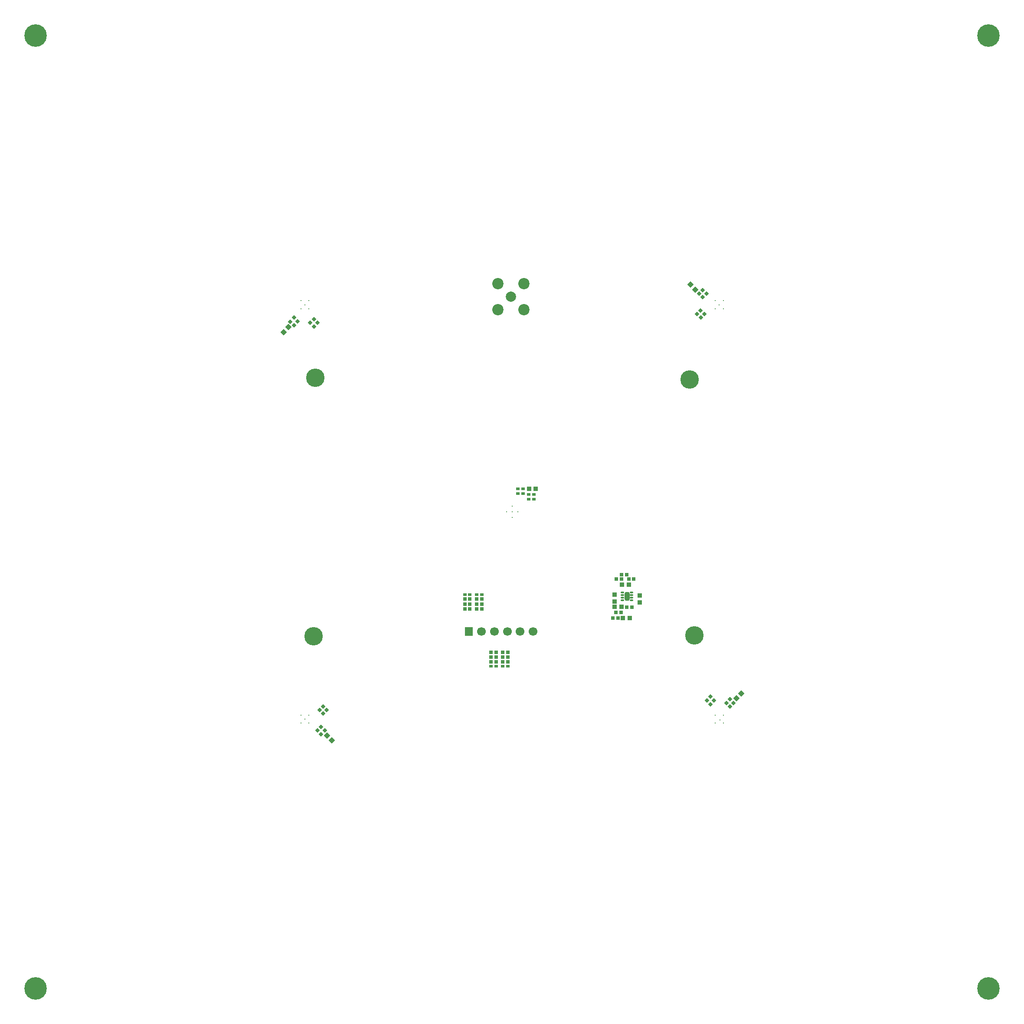
<source format=gbr>
G04*
G04 #@! TF.GenerationSoftware,Altium Limited,Altium Designer,25.0.2 (28)*
G04*
G04 Layer_Color=16711935*
%FSLAX24Y24*%
%MOIN*%
G70*
G04*
G04 #@! TF.SameCoordinates,4B7BC283-7035-4C9F-97D5-5998C8FB6373*
G04*
G04*
G04 #@! TF.FilePolarity,Negative*
G04*
G01*
G75*
%ADD33R,0.0276X0.0256*%
G04:AMPARAMS|DCode=39|XSize=23.6mil|YSize=27.6mil|CornerRadius=0mil|HoleSize=0mil|Usage=FLASHONLY|Rotation=135.000|XOffset=0mil|YOffset=0mil|HoleType=Round|Shape=Rectangle|*
%AMROTATEDRECTD39*
4,1,4,0.0181,0.0014,-0.0014,-0.0181,-0.0181,-0.0014,0.0014,0.0181,0.0181,0.0014,0.0*
%
%ADD39ROTATEDRECTD39*%

G04:AMPARAMS|DCode=41|XSize=23.6mil|YSize=27.6mil|CornerRadius=0mil|HoleSize=0mil|Usage=FLASHONLY|Rotation=45.000|XOffset=0mil|YOffset=0mil|HoleType=Round|Shape=Rectangle|*
%AMROTATEDRECTD41*
4,1,4,0.0014,-0.0181,-0.0181,0.0014,-0.0014,0.0181,0.0181,-0.0014,0.0014,-0.0181,0.0*
%
%ADD41ROTATEDRECTD41*%

%ADD53C,0.0669*%
%ADD54R,0.0639X0.0669*%
%ADD55C,0.0787*%
%ADD56C,0.0866*%
%ADD57C,0.1732*%
%ADD58C,0.1417*%
%ADD59C,0.0118*%
%ADD87R,0.0276X0.0236*%
G04:AMPARAMS|DCode=88|XSize=15.7mil|YSize=25.6mil|CornerRadius=4.9mil|HoleSize=0mil|Usage=FLASHONLY|Rotation=270.000|XOffset=0mil|YOffset=0mil|HoleType=Round|Shape=RoundedRectangle|*
%AMROUNDEDRECTD88*
21,1,0.0157,0.0157,0,0,270.0*
21,1,0.0059,0.0256,0,0,270.0*
1,1,0.0098,-0.0079,-0.0030*
1,1,0.0098,-0.0079,0.0030*
1,1,0.0098,0.0079,0.0030*
1,1,0.0098,0.0079,-0.0030*
%
%ADD88ROUNDEDRECTD88*%
G04:AMPARAMS|DCode=89|XSize=66.9mil|YSize=37.4mil|CornerRadius=10.3mil|HoleSize=0mil|Usage=FLASHONLY|Rotation=270.000|XOffset=0mil|YOffset=0mil|HoleType=Round|Shape=RoundedRectangle|*
%AMROUNDEDRECTD89*
21,1,0.0669,0.0167,0,0,270.0*
21,1,0.0463,0.0374,0,0,270.0*
1,1,0.0207,-0.0084,-0.0231*
1,1,0.0207,-0.0084,0.0231*
1,1,0.0207,0.0084,0.0231*
1,1,0.0207,0.0084,-0.0231*
%
%ADD89ROUNDEDRECTD89*%
%ADD90R,0.0335X0.0354*%
G04:AMPARAMS|DCode=91|XSize=35.4mil|YSize=33.5mil|CornerRadius=0mil|HoleSize=0mil|Usage=FLASHONLY|Rotation=225.000|XOffset=0mil|YOffset=0mil|HoleType=Round|Shape=Rectangle|*
%AMROTATEDRECTD91*
4,1,4,0.0007,0.0244,0.0244,0.0007,-0.0007,-0.0244,-0.0244,-0.0007,0.0007,0.0244,0.0*
%
%ADD91ROTATEDRECTD91*%

G04:AMPARAMS|DCode=92|XSize=35.4mil|YSize=33.5mil|CornerRadius=0mil|HoleSize=0mil|Usage=FLASHONLY|Rotation=135.000|XOffset=0mil|YOffset=0mil|HoleType=Round|Shape=Rectangle|*
%AMROTATEDRECTD92*
4,1,4,0.0244,-0.0007,0.0007,-0.0244,-0.0244,0.0007,-0.0007,0.0244,0.0244,-0.0007,0.0*
%
%ADD92ROTATEDRECTD92*%

%ADD93R,0.0354X0.0335*%
D33*
X36114Y31912D02*
D03*
X35720D02*
D03*
X36626Y31912D02*
D03*
X37020D02*
D03*
X38122Y28558D02*
D03*
X37728D02*
D03*
X38634D02*
D03*
X39028D02*
D03*
X47768Y34542D02*
D03*
X48161D02*
D03*
X48713Y34188D02*
D03*
X48319D02*
D03*
X47728Y31629D02*
D03*
X47335D02*
D03*
X47374Y34188D02*
D03*
X47768D02*
D03*
X48555Y32023D02*
D03*
X48161D02*
D03*
X39028Y28204D02*
D03*
X38634D02*
D03*
X37728D02*
D03*
X38122D02*
D03*
X37020Y32267D02*
D03*
X36626D02*
D03*
X35720Y32267D02*
D03*
X36114D02*
D03*
X39028Y27849D02*
D03*
X38634D02*
D03*
X37728D02*
D03*
X38122D02*
D03*
X37020Y32661D02*
D03*
X36626D02*
D03*
X35720D02*
D03*
X36114D02*
D03*
X47098Y31196D02*
D03*
X47492D02*
D03*
D39*
X23849Y53891D02*
D03*
X24127Y54170D02*
D03*
X24679Y22831D02*
D03*
X24400Y22553D02*
D03*
X54878Y24860D02*
D03*
X54600Y24581D02*
D03*
X54006Y55860D02*
D03*
X54285Y56138D02*
D03*
X54009Y56414D02*
D03*
X53731Y56135D02*
D03*
X54321Y24876D02*
D03*
X54600Y25154D02*
D03*
X24676Y22277D02*
D03*
X24954Y22556D02*
D03*
X24403Y53894D02*
D03*
X24125Y53616D02*
D03*
D41*
X22868Y54009D02*
D03*
X22589Y54288D02*
D03*
X24836Y23852D02*
D03*
X24558Y24130D02*
D03*
X55817Y24682D02*
D03*
X56096Y24403D02*
D03*
X53849Y54839D02*
D03*
X54127Y54561D02*
D03*
X53852Y54285D02*
D03*
X53573Y54563D02*
D03*
X24833Y24401D02*
D03*
X25112Y24122D02*
D03*
X22314Y53973D02*
D03*
X22592Y53695D02*
D03*
X56371Y24679D02*
D03*
X56093Y24957D02*
D03*
D53*
X40953Y30169D02*
D03*
X38984D02*
D03*
X38000D02*
D03*
X37016D02*
D03*
X39969D02*
D03*
D54*
X36031D02*
D03*
D55*
X39260Y55886D02*
D03*
D56*
X40260Y56886D02*
D03*
X38260D02*
D03*
Y54886D02*
D03*
X40260D02*
D03*
D57*
X2740Y2740D02*
D03*
X75968D02*
D03*
Y75969D02*
D03*
X2740D02*
D03*
D58*
X24087Y29795D02*
D03*
X24228Y49657D02*
D03*
X53354Y29868D02*
D03*
X53008Y49547D02*
D03*
D59*
X39354Y39361D02*
D03*
X55327Y23382D02*
D03*
X39786Y39364D02*
D03*
X39357Y39788D02*
D03*
X38923Y39358D02*
D03*
X39357Y38929D02*
D03*
X23428Y55281D02*
D03*
X23735Y54978D02*
D03*
X23120Y55585D02*
D03*
X23124Y54974D02*
D03*
X23731Y55588D02*
D03*
X23428Y23428D02*
D03*
X23731Y23735D02*
D03*
X23124Y23120D02*
D03*
X23735Y23124D02*
D03*
X23120Y23731D02*
D03*
X54974Y23731D02*
D03*
X55588Y23124D02*
D03*
X55585Y23735D02*
D03*
X54978Y23120D02*
D03*
X55588Y54978D02*
D03*
X54974Y55585D02*
D03*
X55585Y55588D02*
D03*
X54978Y54974D02*
D03*
X55281Y55281D02*
D03*
D87*
X40209Y40763D02*
D03*
X39815D02*
D03*
X41035Y40330D02*
D03*
X40642D02*
D03*
X38634Y27495D02*
D03*
X39028D02*
D03*
X40642Y40684D02*
D03*
X41035D02*
D03*
X39815Y41117D02*
D03*
X40209D02*
D03*
X36114Y33015D02*
D03*
X35720D02*
D03*
X36626D02*
D03*
X37020D02*
D03*
X38122Y27495D02*
D03*
X37728D02*
D03*
D88*
X47844Y32566D02*
D03*
Y32763D02*
D03*
Y32960D02*
D03*
Y33157D02*
D03*
X48549Y32566D02*
D03*
Y32763D02*
D03*
Y32960D02*
D03*
Y33157D02*
D03*
D89*
X48197Y32861D02*
D03*
D90*
X47856Y31196D02*
D03*
X48388D02*
D03*
X41183Y41117D02*
D03*
X40652D02*
D03*
X47226Y32062D02*
D03*
X47758D02*
D03*
X48337Y33755D02*
D03*
X47805D02*
D03*
D91*
X53052Y56817D02*
D03*
X53428Y56441D02*
D03*
X25139Y22171D02*
D03*
X25515Y21795D02*
D03*
D92*
X56596Y25024D02*
D03*
X56971Y25400D02*
D03*
X22168Y53556D02*
D03*
X21792Y53180D02*
D03*
D93*
X49165Y32918D02*
D03*
Y32387D02*
D03*
X47217Y32466D02*
D03*
Y32997D02*
D03*
M02*

</source>
